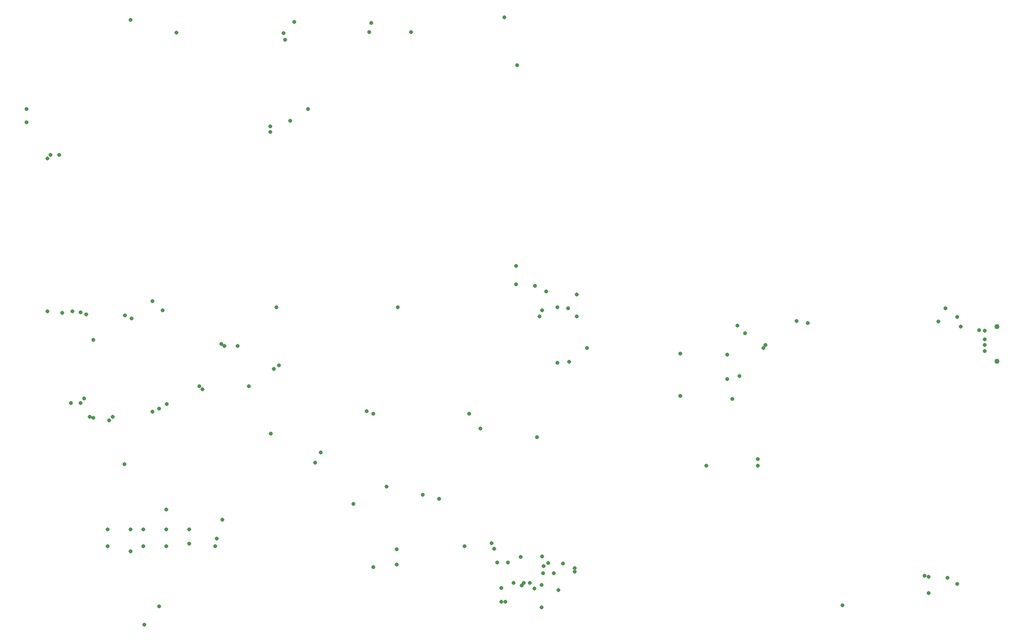
<source format=gbr>
G04 EAGLE Gerber RS-274X export*
G75*
%MOMM*%
%FSLAX34Y34*%
%LPD*%
%INSoldermask Bottom*%
%IPPOS*%
%AMOC8*
5,1,8,0,0,1.08239X$1,22.5*%
G01*
G04 Define Apertures*
%ADD10C,0.853200*%
%ADD11C,0.655600*%
D10*
X1650370Y514100D03*
X1650370Y571900D03*
D11*
X1565050Y602475D03*
X938338Y602475D03*
X894710Y599013D03*
X258995Y434890D03*
X1584440Y587933D03*
X952188Y588625D03*
X890555Y588625D03*
X247915Y430043D03*
X1630145Y540843D03*
X1630145Y550538D03*
X1552585Y580315D03*
X74098Y596935D03*
X74098Y851083D03*
X506218Y933490D03*
X477133Y913408D03*
X637100Y306085D03*
X696655Y292235D03*
X1202180Y524915D03*
X1202180Y484750D03*
X1167555Y340710D03*
X614940Y171740D03*
X1589980Y571313D03*
X1630145Y531148D03*
X1620450Y565773D03*
X1630145Y564388D03*
X355253Y219523D03*
X352483Y207058D03*
X364255Y250685D03*
X78945Y856623D03*
X112878Y444585D03*
X894018Y141963D03*
X234758Y76175D03*
X211905Y234758D03*
X449433Y501370D03*
X211905Y198055D03*
X150273Y420348D03*
X93488Y856623D03*
X134345Y452203D03*
X173818Y234758D03*
X173818Y206365D03*
X362870Y542920D03*
X98335Y594165D03*
X38780Y932798D03*
X655105Y603860D03*
X1219493Y573390D03*
X1231958Y560925D03*
X1253425Y351790D03*
X1253425Y340710D03*
X468130Y1048445D03*
X465360Y1059525D03*
X150273Y549153D03*
X483365Y1078223D03*
X920333Y511065D03*
X920333Y603860D03*
X527685Y362178D03*
X882938Y639178D03*
X952880Y624635D03*
X182128Y421733D03*
X389878Y539458D03*
X454280Y603860D03*
X905098Y178665D03*
X517990Y345558D03*
X331015Y467438D03*
X811610Y211905D03*
X581700Y277000D03*
X175895Y415500D03*
X444585Y394033D03*
X232680Y234758D03*
X232680Y206365D03*
X144040Y421733D03*
X38780Y911330D03*
X128805Y444585D03*
X896788Y162045D03*
X258995Y106645D03*
X458435Y507603D03*
X247915Y613555D03*
X611478Y1076145D03*
X288080Y1060218D03*
X443893Y904405D03*
X443893Y894710D03*
X837925Y179358D03*
X820613Y179358D03*
X308855Y234758D03*
X308855Y210520D03*
X201518Y342788D03*
X270768Y234758D03*
X270768Y206365D03*
X367718Y539458D03*
X271460Y443200D03*
X270768Y267305D03*
X608015Y1060910D03*
X677265Y1060910D03*
X128805Y595550D03*
X211905Y1080993D03*
X114955Y596935D03*
X832385Y1085840D03*
X138500Y592088D03*
X853853Y1006203D03*
X265228Y598320D03*
X901635Y630175D03*
X1584440Y144040D03*
X1530425Y157890D03*
X1265890Y540843D03*
X939723Y513143D03*
X202210Y590010D03*
X1536658Y128805D03*
X1536658Y155813D03*
X1567820Y154428D03*
X1262428Y535995D03*
X969500Y535995D03*
X213290Y585163D03*
X914100Y162045D03*
X614940Y426580D03*
X326168Y472285D03*
X407883Y472285D03*
X653720Y201518D03*
X653720Y176588D03*
X886400Y387800D03*
X774215Y426580D03*
X847620Y146118D03*
X815073Y202210D03*
X833770Y114263D03*
X882245Y136423D03*
X929335Y177973D03*
X792220Y402343D03*
X949418Y170355D03*
X724355Y285310D03*
X949418Y164123D03*
X766598Y207058D03*
X1124620Y526300D03*
X1124620Y456358D03*
X1210490Y451510D03*
X1336525Y577545D03*
X1222263Y489598D03*
X1317828Y581008D03*
X851775Y641948D03*
X851775Y672418D03*
X827538Y137115D03*
X827538Y114263D03*
X864240Y146118D03*
X894710Y189745D03*
X860778Y141270D03*
X859393Y189053D03*
X874628Y146118D03*
X897480Y173818D03*
X922410Y133653D03*
X894018Y105260D03*
X603860Y431428D03*
X1393310Y108723D03*
M02*

</source>
